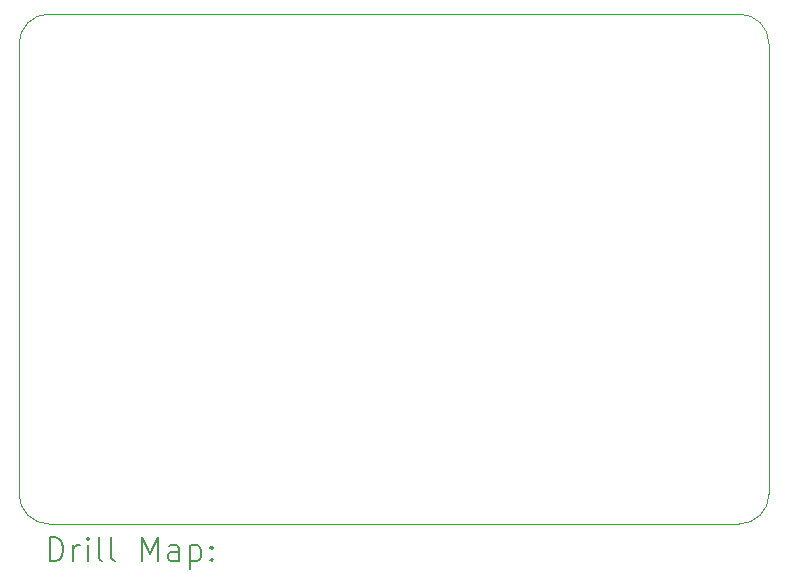
<source format=gbr>
%TF.GenerationSoftware,KiCad,Pcbnew,8.0.6*%
%TF.CreationDate,2024-11-29T18:38:57+11:00*%
%TF.ProjectId,pcb,7063622e-6b69-4636-9164-5f7063625858,rev?*%
%TF.SameCoordinates,Original*%
%TF.FileFunction,Drillmap*%
%TF.FilePolarity,Positive*%
%FSLAX45Y45*%
G04 Gerber Fmt 4.5, Leading zero omitted, Abs format (unit mm)*
G04 Created by KiCad (PCBNEW 8.0.6) date 2024-11-29 18:38:57*
%MOMM*%
%LPD*%
G01*
G04 APERTURE LIST*
%ADD10C,0.050000*%
%ADD11C,0.200000*%
G04 APERTURE END LIST*
D10*
X2794000Y-6858000D02*
X8636000Y-6858000D01*
X8636000Y-2540000D02*
G75*
G02*
X8890000Y-2794000I0J-254000D01*
G01*
X2794000Y-6858000D02*
G75*
G02*
X2540000Y-6604000I0J254000D01*
G01*
X8890000Y-6604000D02*
X8890000Y-2794000D01*
X8890000Y-6604000D02*
G75*
G02*
X8636000Y-6858000I-254000J0D01*
G01*
X2540000Y-2794000D02*
G75*
G02*
X2794000Y-2540000I254000J0D01*
G01*
X2540000Y-2794000D02*
X2540000Y-6604000D01*
X8636000Y-2540000D02*
X2794000Y-2540000D01*
D11*
X2798277Y-7171984D02*
X2798277Y-6971984D01*
X2798277Y-6971984D02*
X2845896Y-6971984D01*
X2845896Y-6971984D02*
X2874467Y-6981508D01*
X2874467Y-6981508D02*
X2893515Y-7000555D01*
X2893515Y-7000555D02*
X2903039Y-7019603D01*
X2903039Y-7019603D02*
X2912562Y-7057698D01*
X2912562Y-7057698D02*
X2912562Y-7086269D01*
X2912562Y-7086269D02*
X2903039Y-7124365D01*
X2903039Y-7124365D02*
X2893515Y-7143412D01*
X2893515Y-7143412D02*
X2874467Y-7162460D01*
X2874467Y-7162460D02*
X2845896Y-7171984D01*
X2845896Y-7171984D02*
X2798277Y-7171984D01*
X2998277Y-7171984D02*
X2998277Y-7038650D01*
X2998277Y-7076746D02*
X3007801Y-7057698D01*
X3007801Y-7057698D02*
X3017324Y-7048174D01*
X3017324Y-7048174D02*
X3036372Y-7038650D01*
X3036372Y-7038650D02*
X3055420Y-7038650D01*
X3122086Y-7171984D02*
X3122086Y-7038650D01*
X3122086Y-6971984D02*
X3112562Y-6981508D01*
X3112562Y-6981508D02*
X3122086Y-6991031D01*
X3122086Y-6991031D02*
X3131610Y-6981508D01*
X3131610Y-6981508D02*
X3122086Y-6971984D01*
X3122086Y-6971984D02*
X3122086Y-6991031D01*
X3245896Y-7171984D02*
X3226848Y-7162460D01*
X3226848Y-7162460D02*
X3217324Y-7143412D01*
X3217324Y-7143412D02*
X3217324Y-6971984D01*
X3350658Y-7171984D02*
X3331610Y-7162460D01*
X3331610Y-7162460D02*
X3322086Y-7143412D01*
X3322086Y-7143412D02*
X3322086Y-6971984D01*
X3579229Y-7171984D02*
X3579229Y-6971984D01*
X3579229Y-6971984D02*
X3645896Y-7114841D01*
X3645896Y-7114841D02*
X3712562Y-6971984D01*
X3712562Y-6971984D02*
X3712562Y-7171984D01*
X3893515Y-7171984D02*
X3893515Y-7067222D01*
X3893515Y-7067222D02*
X3883991Y-7048174D01*
X3883991Y-7048174D02*
X3864943Y-7038650D01*
X3864943Y-7038650D02*
X3826848Y-7038650D01*
X3826848Y-7038650D02*
X3807801Y-7048174D01*
X3893515Y-7162460D02*
X3874467Y-7171984D01*
X3874467Y-7171984D02*
X3826848Y-7171984D01*
X3826848Y-7171984D02*
X3807801Y-7162460D01*
X3807801Y-7162460D02*
X3798277Y-7143412D01*
X3798277Y-7143412D02*
X3798277Y-7124365D01*
X3798277Y-7124365D02*
X3807801Y-7105317D01*
X3807801Y-7105317D02*
X3826848Y-7095793D01*
X3826848Y-7095793D02*
X3874467Y-7095793D01*
X3874467Y-7095793D02*
X3893515Y-7086269D01*
X3988753Y-7038650D02*
X3988753Y-7238650D01*
X3988753Y-7048174D02*
X4007801Y-7038650D01*
X4007801Y-7038650D02*
X4045896Y-7038650D01*
X4045896Y-7038650D02*
X4064943Y-7048174D01*
X4064943Y-7048174D02*
X4074467Y-7057698D01*
X4074467Y-7057698D02*
X4083991Y-7076746D01*
X4083991Y-7076746D02*
X4083991Y-7133888D01*
X4083991Y-7133888D02*
X4074467Y-7152936D01*
X4074467Y-7152936D02*
X4064943Y-7162460D01*
X4064943Y-7162460D02*
X4045896Y-7171984D01*
X4045896Y-7171984D02*
X4007801Y-7171984D01*
X4007801Y-7171984D02*
X3988753Y-7162460D01*
X4169705Y-7152936D02*
X4179229Y-7162460D01*
X4179229Y-7162460D02*
X4169705Y-7171984D01*
X4169705Y-7171984D02*
X4160182Y-7162460D01*
X4160182Y-7162460D02*
X4169705Y-7152936D01*
X4169705Y-7152936D02*
X4169705Y-7171984D01*
X4169705Y-7048174D02*
X4179229Y-7057698D01*
X4179229Y-7057698D02*
X4169705Y-7067222D01*
X4169705Y-7067222D02*
X4160182Y-7057698D01*
X4160182Y-7057698D02*
X4169705Y-7048174D01*
X4169705Y-7048174D02*
X4169705Y-7067222D01*
M02*

</source>
